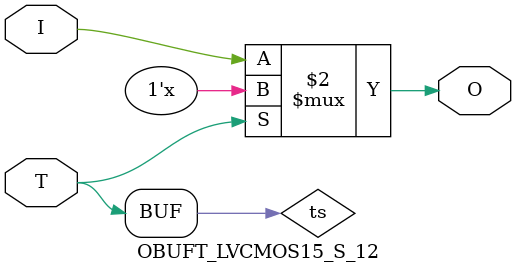
<source format=v>

/*

FUNCTION    : TRI-STATE OUTPUT BUFFER

*/

`celldefine
`timescale  100 ps / 10 ps

module OBUFT_LVCMOS15_S_12 (O, I, T);

    output O;

    input  I, T;

    or O1 (ts, 1'b0, T);
    bufif0 T1 (O, I, ts);

endmodule

</source>
